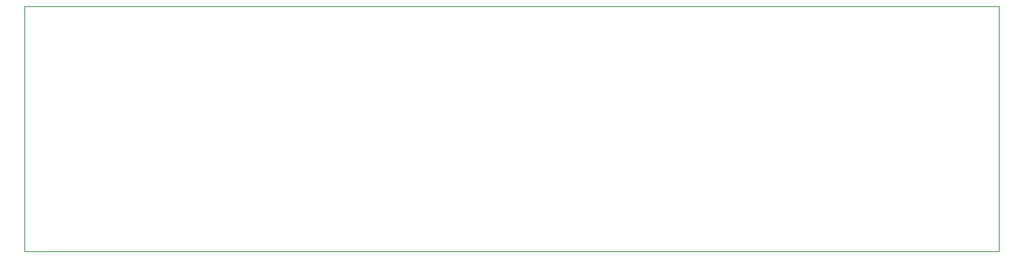
<source format=gko>
G04*
G04 #@! TF.GenerationSoftware,Altium Limited,Altium Designer,19.1.6 (110)*
G04*
G04 Layer_Color=16711935*
%FSLAX43Y43*%
%MOMM*%
G71*
G01*
G75*
%ADD13C,0.254*%
D13*
X9300Y0D02*
X327300D01*
X327300Y80000D02*
X327300Y0D01*
X9300Y80000D02*
X9300Y-0D01*
Y80000D02*
X327300Y80000D01*
M02*

</source>
